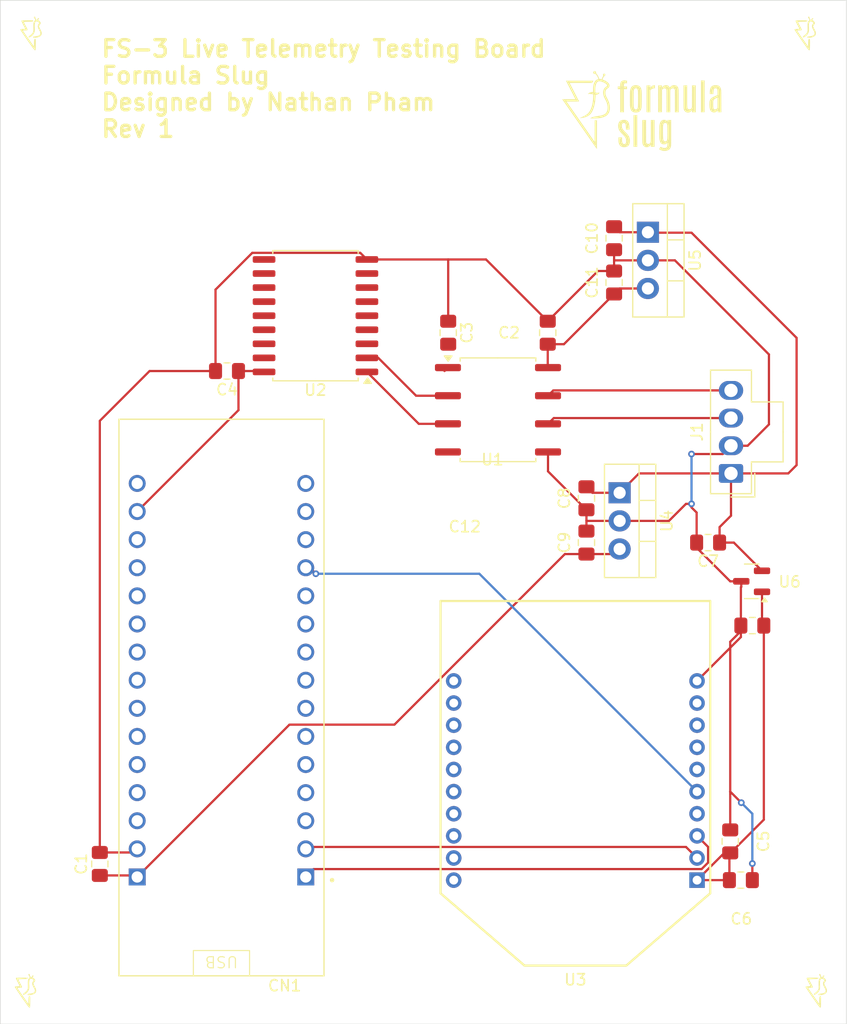
<source format=kicad_pcb>
(kicad_pcb (version 20240108) (generator "pcbnew") (generator_version "8.0")
  (layers (0 "F.Cu" signal) (31 "B.Cu" signal) (34 "B.Paste" user) (35 "F.Paste" user) (36 "B.SilkS" user "B.Silkscreen") (37 "F.SilkS" user "F.Silkscreen") (38 "B.Mask" user) (39 "F.Mask" user) (44 "Edge.Cuts" user))
  (net 0 "")
  (net 1 "GND")
  (net 2 "+12V")
  (net 3 "+9V")
  (net 4 "+5V")
  (net 5 "/CANL")
  (net 6 "/CAN1_TX")
  (net 7 "/CAN1_RX")
  (net 8 "/CANH")
  (net 9 "Net-(CN1A-3V3)")
  (net 10 "/SPI3_MOSI")
  (net 17 "/SPI3_MISO")
  (net 20 "/SPI3_SSEL1")
  (net 21 "/SPI3_SCLK")
  (net 31 "/RADIO_RESET")
  (net 34 "/RADIO_IN")
  (net 40 "/RADIO_OUT")
  (net 41 "/SPI3-MISO")
  (net 50 "/SPI3-SCLK")
  (net 54 "/SPI3_SSELI1")
  (net 56 "/SPI3-MOSI")
  (net 65 "Net-(U1-VCC1)")
  (footprint "Package_TO_SOT_THT:TO-220-3_Vertical" (layer "F.Cu") (at 162 90.5 -90)
    (property "Reference" "U4" (at 2.54 -4.27 90) (layer "F.SilkS"))
    (property "Value" "LM7809_TO220" (hide yes))
    (pad "1" thru_hole rect (at 0 0 270) (size 1.905 2) (drill 1.1) (layers "*.Cu" "*.Mask") (net 2 "+12V"))
    (pad "2" thru_hole oval (at 2.54 0 270) (size 1.905 2) (drill 1.1) (layers "*.Cu" "*.Mask") (net 1 "GND"))
    (pad "3" thru_hole oval (at 5.08 0 270) (size 1.905 2) (drill 1.1) (layers "*.Cu" "*.Mask") (net 3 "+9V"))
  )
  (footprint "FS_3_Global_Footprint_Library:FORMULA SLUG" (layer "F.Cu") (at 111.44258 135.558544)
    (property "Reference" "G***" (hide yes))
    (property "Value" "LOGO" (hide yes))
  )
  (footprint "Capacitor_SMD:C_0805_2012Metric_Pad1.18x1.45mm_HandSolder" (layer "F.Cu") (at 159 95 90)
    (property "Reference" "C9" (at 0 -2 90) (layer "F.SilkS"))
    (property "Value" "100nf")
    (pad "1" smd roundrect (at -1.0375 0 90) (size 1.175 1.45) (layers "F.Cu" "F.Paste" "F.Mask") (roundrect_rratio 0.212766) (net 3 "+9V"))
    (pad "2" smd roundrect (at 1.0375 0 90) (size 1.175 1.45) (layers "F.Cu" "F.Paste" "F.Mask") (roundrect_rratio 0.212766) (net 1 "GND"))
  )
  (footprint "Package_TO_SOT_THT:TO-220-3_Vertical" (layer "F.Cu") (at 164.555 66.96 -90)
    (property "Reference" "U5" (at 2.54 -4.27 90) (layer "F.SilkS"))
    (property "Value" "LM7805_TO220" (hide yes))
    (pad "1" thru_hole rect (at 0 0 270) (size 1.905 2) (drill 1.1) (layers "*.Cu" "*.Mask") (net 2 "+12V"))
    (pad "2" thru_hole oval (at 2.54 0 270) (size 1.905 2) (drill 1.1) (layers "*.Cu" "*.Mask") (net 1 "GND"))
    (pad "3" thru_hole oval (at 5.08 0 270) (size 1.905 2) (drill 1.1) (layers "*.Cu" "*.Mask") (net 4 "+5V"))
  )
  (footprint "Capacitor_SMD:C_0805_2012Metric_Pad1.18x1.45mm_HandSolder" (layer "F.Cu") (at 170 95 180)
    (property "Reference" "C7" (at 0 -1.68 0) (layer "F.SilkS"))
    (property "Value" "330nf")
    (pad "1" smd roundrect (at -1.0375 0 180) (size 1.175 1.45) (layers "F.Cu" "F.Paste" "F.Mask") (roundrect_rratio 0.212766) (net 2 "+12V"))
    (pad "2" smd roundrect (at 1.0375 0 180) (size 1.175 1.45) (layers "F.Cu" "F.Paste" "F.Mask") (roundrect_rratio 0.212766) (net 1 "GND"))
  )
  (footprint "Capacitor_SMD:C_0805_2012Metric_Pad1.18x1.45mm_HandSolder" (layer "F.Cu") (at 115 124.0375 90)
    (property "Reference" "C1" (at 0 -1.68 90) (layer "F.SilkS"))
    (property "Value" "100nf")
    (pad "1" smd roundrect (at -1.0375 0 90) (size 1.175 1.45) (layers "F.Cu" "F.Paste" "F.Mask") (roundrect_rratio 0.212766) (net 3 "+9V"))
    (pad "2" smd roundrect (at 1.0375 0 90) (size 1.175 1.45) (layers "F.Cu" "F.Paste" "F.Mask") (roundrect_rratio 0.212766) (net 1 "GND"))
  )
  (footprint "Capacitor_SMD:C_0805_2012Metric_Pad1.18x1.45mm_HandSolder" (layer "F.Cu") (at 126.5 79.5 180)
    (property "Reference" "C4" (at 0 -1.68 0) (layer "F.SilkS"))
    (property "Value" "100nf")
    (pad "1" smd roundrect (at -1.0375 0 180) (size 1.175 1.45) (layers "F.Cu" "F.Paste" "F.Mask") (roundrect_rratio 0.212766) (net 9 "Net-(CN1A-3V3)"))
    (pad "2" smd roundrect (at 1.0375 0 180) (size 1.175 1.45) (layers "F.Cu" "F.Paste" "F.Mask") (roundrect_rratio 0.212766) (net 1 "GND"))
  )
  (footprint "Capacitor_SMD:C_0805_2012Metric_Pad1.18x1.45mm_HandSolder" (layer "F.Cu") (at 146.5 76.0375 -90)
    (property "Reference" "C3" (at 0 -1.68 90) (layer "F.SilkS"))
    (property "Value" "100nf")
    (pad "1" smd roundrect (at -1.0375 0 270) (size 1.175 1.45) (layers "F.Cu" "F.Paste" "F.Mask") (roundrect_rratio 0.212766) (net 1 "GND"))
    (pad "2" smd roundrect (at 1.0375 0 270) (size 1.175 1.45) (layers "F.Cu" "F.Paste" "F.Mask") (roundrect_rratio 0.212766) (net 65 "Net-(U1-VCC1)"))
  )
  (footprint "FS_3_Global_Footprint_Library:NUCLEO-L432KC" (layer "F.Cu") (at 126 109 180)
    (property "Reference" "CN1" (at -5.715 -26.035 0) (layer "F.SilkS"))
    (property "Value" "NUCLEO-L432KC")
    (fp_text user "USB" (at 0 -23.876 180) (layer "F.SilkS") (effects (font (thickness 0.1))))
    (pad "CN3_1" thru_hole rect (at -7.62 -16.215 180) (size 1.53 1.53) (drill 1.02) (layers "*.Cu" "*.Mask") (net 34 "/RADIO_IN"))
    (pad "CN3_2" thru_hole circle (at -7.62 -13.675 180) (size 1.53 1.53) (drill 1.02) (layers "*.Cu" "*.Mask") (net 40 "/RADIO_OUT"))
    (pad "CN3_3" thru_hole circle (at -7.62 -11.135 180) (size 1.53 1.53) (drill 1.02) (layers "*.Cu" "*.Mask"))
    (pad "CN3_4" thru_hole circle (at -7.62 -8.595 180) (size 1.53 1.53) (drill 1.02) (layers "*.Cu" "*.Mask"))
    (pad "CN3_5" thru_hole circle (at -7.62 -6.055 180) (size 1.53 1.53) (drill 1.02) (layers "*.Cu" "*.Mask"))
    (pad "CN3_6" thru_hole circle (at -7.62 -3.515 180) (size 1.53 1.53) (drill 1.02) (layers "*.Cu" "*.Mask"))
    (pad "CN3_7" thru_hole circle (at -7.62 -0.975 180) (size 1.53 1.53) (drill 1.02) (layers "*.Cu" "*.Mask"))
    (pad "CN3_8" thru_hole circle (at -7.62 1.565 180) (size 1.53 1.53) (drill 1.02) (layers "*.Cu" "*.Mask"))
    (pad "CN3_9" thru_hole circle (at -7.62 4.105 180) (size 1.53 1.53) (drill 1.02) (layers "*.Cu" "*.Mask"))
    (pad "CN3_10" thru_hole circle (at -7.62 6.645 180) (size 1.53 1.53) (drill 1.02) (layers "*.Cu" "*.Mask"))
    (pad "CN3_11" thru_hole circle (at -7.62 9.185 180) (size 1.53 1.53) (drill 1.02) (layers "*.Cu" "*.Mask"))
    (pad "CN3_12" thru_hole circle (at -7.62 11.725 180) (size 1.53 1.53) (drill 1.02) (layers "*.Cu" "*.Mask") (net 31 "/RADIO_RESET"))
    (pad "CN3_13" thru_hole circle (at -7.62 14.265 180) (size 1.53 1.53) (drill 1.02) (layers "*.Cu" "*.Mask"))
    (pad "CN3_14" thru_hole circle (at -7.62 16.805 180) (size 1.53 1.53) (drill 1.02) (layers "*.Cu" "*.Mask") (net 56 "/SPI3-MOSI"))
    (pad "CN3_15" thru_hole circle (at -7.62 19.345 180) (size 1.53 1.53) (drill 1.02) (layers "*.Cu" "*.Mask") (net 41 "/SPI3-MISO"))
    (pad "CN4_1" thru_hole rect (at 7.62 -16.215 180) (size 1.53 1.53) (drill 1.02) (layers "*.Cu" "*.Mask") (net 3 "+9V"))
    (pad "CN4_2" thru_hole circle (at 7.62 -13.675 180) (size 1.53 1.53) (drill 1.02) (layers "*.Cu" "*.Mask") (net 1 "GND"))
    (pad "CN4_3" thru_hole circle (at 7.62 -11.135 180) (size 1.53 1.53) (drill 1.02) (layers "*.Cu" "*.Mask"))
    (pad "CN4_4" thru_hole circle (at 7.62 -8.595 180) (size 1.53 1.53) (drill 1.02) (layers "*.Cu" "*.Mask"))
    (pad "CN4_5" thru_hole circle (at 7.62 -6.055 180) (size 1.53 1.53) (drill 1.02) (layers "*.Cu" "*.Mask"))
    (pad "CN4_6" thru_hole circle (at 7.62 -3.515 180) (size 1.53 1.53) (drill 1.02) (layers "*.Cu" "*.Mask") (net 54 "/SPI3_SSELI1"))
    (pad "CN4_7" thru_hole circle (at 7.62 -0.975 180) (size 1.53 1.53) (drill 1.02) (layers "*.Cu" "*.Mask"))
    (pad "CN4_8" thru_hole circle (at 7.62 1.565 180) (size 1.53 1.53) (drill 1.02) (layers "*.Cu" "*.Mask"))
    (pad "CN4_9" thru_hole circle (at 7.62 4.105 180) (size 1.53 1.53) (drill 1.02) (layers "*.Cu" "*.Mask"))
    (pad "CN4_10" thru_hole circle (at 7.62 6.645 180) (size 1.53 1.53) (drill 1.02) (layers "*.Cu" "*.Mask"))
    (pad "CN4_11" thru_hole circle (at 7.62 9.185 180) (size 1.53 1.53) (drill 1.02) (layers "*.Cu" "*.Mask"))
    (pad "CN4_12" thru_hole circle (at 7.62 11.725 180) (size 1.53 1.53) (drill 1.02) (layers "*.Cu" "*.Mask"))
    (pad "CN4_13" thru_hole circle (at 7.62 14.265 180) (size 1.53 1.53) (drill 1.02) (layers "*.Cu" "*.Mask"))
    (pad "CN4_14" thru_hole circle (at 7.62 16.805 180) (size 1.53 1.53) (drill 1.02) (layers "*.Cu" "*.Mask") (net 9 "Net-(CN1A-3V3)"))
    (pad "CN4_15" thru_hole circle (at 7.62 19.345 180) (size 1.53 1.53) (drill 1.02) (layers "*.Cu" "*.Mask") (net 50 "/SPI3-SCLK"))
  )
  (footprint "Capacitor_SMD:C_0805_2012Metric_Pad1.18x1.45mm_HandSolder" (layer "F.Cu") (at 155.5 76.0375 -90)
    (property "Reference" "C2" (at 0 3.5 0) (layer "F.SilkS"))
    (property "Value" "100nf")
    (pad "1" smd roundrect (at -1.0375 0 270) (size 1.175 1.45) (layers "F.Cu" "F.Paste" "F.Mask") (roundrect_rratio 0.212766) (net 1 "GND"))
    (pad "2" smd roundrect (at 1.0375 0 270) (size 1.175 1.45) (layers "F.Cu" "F.Paste" "F.Mask") (roundrect_rratio 0.212766) (net 4 "+5V"))
  )
  (footprint "Package_SO:SOP-8_6.62x9.15mm_P2.54mm" (layer "F.Cu") (at 151 83)
    (property "Reference" "U1" (at -0.5 4.5 0) (layer "F.SilkS"))
    (property "Value" "ISO1050DUB" (hide yes))
    (pad "1" smd roundrect (at -4.525 -3.81) (size 2.35 0.65) (layers "F.Cu" "F.Paste" "F.Mask") (net 65 "Net-(U1-VCC1)"))
    (pad "2" smd roundrect (at -4.525 -1.27) (size 2.35 0.65) (layers "F.Cu" "F.Paste" "F.Mask") (net 7 "/CAN1_RX"))
    (pad "3" smd roundrect (at -4.525 1.27) (size 2.35 0.65) (layers "F.Cu" "F.Paste" "F.Mask") (net 6 "/CAN1_TX"))
    (pad "4" smd roundrect (at -4.525 3.81) (size 2.35 0.65) (layers "F.Cu" "F.Paste" "F.Mask") (net 1 "GND"))
    (pad "5" smd roundrect (at 4.525 3.81) (size 2.35 0.65) (layers "F.Cu" "F.Paste" "F.Mask") (net 1 "GND"))
    (pad "6" smd roundrect (at 4.525 1.27) (size 2.35 0.65) (layers "F.Cu" "F.Paste" "F.Mask") (net 5 "/CANL"))
    (pad "7" smd roundrect (at 4.525 -1.27) (size 2.35 0.65) (layers "F.Cu" "F.Paste" "F.Mask") (net 8 "/CANH"))
    (pad "8" smd roundrect (at 4.525 -3.81) (size 2.35 0.65) (layers "F.Cu" "F.Paste" "F.Mask") (net 4 "+5V"))
  )
  (footprint "FSFootprints:fs_logo_full_2400" (layer "F.Cu") (at 164 56)
    (property "Reference" "G***" (hide yes))
    (property "Value" "LOGO" (hide yes))
  )
  (footprint "Connector_Molex:Molex_Nano-Fit_105309-xx04_1x04_P2.50mm_Vertical" (layer "F.Cu") (at 172.07 88.75 180)
    (property "Reference" "J1" (at 3.07 3.75 90) (layer "F.SilkS"))
    (property "Value" "Molar Nanofit Connectors" (hide yes))
    (pad "" np_thru_hole circle (at -1.34 3.75 180) (size 1.3 1.3) (drill 1.3) (layers "*.Cu" "*.Mask"))
    (pad "1" thru_hole roundrect (at 0 0 180) (size 2.2 1.7) (drill 1.2) (layers "*.Cu" "*.Mask") (roundrect_rratio 0.147059) (net 2 "+12V"))
    (pad "2" thru_hole oval (at 0 2.5 180) (size 2.2 1.7) (drill 1.2) (layers "*.Cu" "*.Mask") (net 1 "GND"))
    (pad "3" thru_hole oval (at 0 5 180) (size 2.2 1.7) (drill 1.2) (layers "*.Cu" "*.Mask") (net 5 "/CANL"))
    (pad "4" thru_hole oval (at 0 7.5 180) (size 2.2 1.7) (drill 1.2) (layers "*.Cu" "*.Mask") (net 8 "/CANH"))
  )
  (footprint "Capacitor_SMD:C_0805_2012Metric_Pad1.18x1.45mm_HandSolder" (layer "F.Cu") (at 159 91 -90)
    (property "Reference" "C8" (at 0 2 90) (layer "F.SilkS"))
    (property "Value" "330nf")
    (pad "1" smd roundrect (at -1.0375 0 270) (size 1.175 1.45) (layers "F.Cu" "F.Paste" "F.Mask") (roundrect_rratio 0.212766) (net 2 "+12V"))
    (pad "2" smd roundrect (at 1.0375 0 270) (size 1.175 1.45) (layers "F.Cu" "F.Paste" "F.Mask") (roundrect_rratio 0.212766) (net 1 "GND"))
  )
  (footprint "Capacitor_SMD:C_0805_2012Metric_Pad1.18x1.45mm_HandSolder" (layer "F.Cu") (at 174 102.5 180)
    (property "Reference" "C12" (at 26 8.94 0) (layer "F.SilkS"))
    (property "Value" "100nf")
    (pad "1" smd roundrect (at -1.0375 0 180) (size 1.175 1.45) (layers "F.Cu" "F.Paste" "F.Mask") (roundrect_rratio 0.212766) (net 65 "Net-(U1-VCC1)"))
    (pad "2" smd roundrect (at 1.0375 0 180) (size 1.175 1.45) (layers "F.Cu" "F.Paste" "F.Mask") (roundrect_rratio 0.212766) (net 1 "GND"))
  )
  (footprint "Package_TO_SOT_SMD:SOT-23" (layer "F.Cu") (at 173.9375 98.5 180)
    (property "Reference" "U6" (at -3.4375 -0.05 0) (layer "F.SilkS"))
    (property "Value" "LM3480-3.3" (hide yes))
    (pad "1" smd roundrect (at -0.9375 -0.95 180) (size 1.475 0.6) (layers "F.Cu" "F.Paste" "F.Mask") (net 65 "Net-(U1-VCC1)"))
    (pad "2" smd roundrect (at -0.9375 0.95 180) (size 1.475 0.6) (layers "F.Cu" "F.Paste" "F.Mask") (net 2 "+12V"))
    (pad "3" smd roundrect (at 0.9375 0 180) (size 1.475 0.6) (layers "F.Cu" "F.Paste" "F.Mask") (net 1 "GND"))
  )
  (footprint "FS_3_Global_Footprint_Library:FORMULA SLUG" (layer "F.Cu") (at 111.94258 49.058544)
    (property "Reference" "G***" (hide yes))
    (property "Value" "LOGO" (hide yes))
  )
  (footprint "Capacitor_SMD:C_0805_2012Metric_Pad1.18x1.45mm_HandSolder" (layer "F.Cu") (at 172 122 90)
    (property "Reference" "C5" (at 0 3 90) (layer "F.SilkS"))
    (property "Value" "1.0 uF")
    (pad "1" smd roundrect (at -1.0375 0 90) (size 1.175 1.45) (layers "F.Cu" "F.Paste" "F.Mask") (roundrect_rratio 0.212766) (net 65 "Net-(U1-VCC1)"))
    (pad "2" smd roundrect (at 1.0375 0 90) (size 1.175 1.45) (layers "F.Cu" "F.Paste" "F.Mask") (roundrect_rratio 0.212766) (net 1 "GND"))
  )
  (footprint "FS_3_Global_Footprint_Library:XBP9B-DPST-001" (layer "F.Cu") (at 158 116.75 180)
    (property "Reference" "U3" (at 0 -17.75 0) (layer "F.SilkS") (effects (font (size 1.003055 1.003055))))
    (property "Value" "XBP9B-DPST-001")
    (pad "1" thru_hole rect (at -11 -8.75 180) (size 1.4 1.4) (drill 0.8) (layers "*.Cu" "*.Mask") (net 65 "Net-(U1-VCC1)"))
    (pad "2" thru_hole circle (at -11 -6.75 180) (size 1.4 1.4) (drill 0.8) (layers "*.Cu" "*.Mask") (net 40 "/RADIO_OUT"))
    (pad "3" thru_hole circle (at -11 -4.75 180) (size 1.4 1.4) (drill 0.8) (layers "*.Cu" "*.Mask") (net 34 "/RADIO_IN"))
    (pad "4" thru_hole circle (at -11 -2.75 180) (size 1.4 1.4) (drill 0.8) (layers "*.Cu" "*.Mask"))
    (pad "5" thru_hole circle (at -11 -0.75 180) (size 1.4 1.4) (drill 0.8) (layers "*.Cu" "*.Mask") (net 31 "/RADIO_RESET"))
    (pad "6" thru_hole circle (at -11 1.25 180) (size 1.4 1.4) (drill 0.8) (layers "*.Cu" "*.Mask"))
    (pad "7" thru_hole circle (at -11 3.25 180) (size 1.4 1.4) (drill 0.8) (layers "*.Cu" "*.Mask"))
    (pad "8" thru_hole circle (at -11 5.25 180) (size 1.4 1.4) (drill 0.8) (layers "*.Cu" "*.Mask"))
    (pad "9" thru_hole circle (at -11 7.25 180) (size 1.4 1.4) (drill 0.8) (layers "*.Cu" "*.Mask"))
    (pad "10" thru_hole circle (at -11 9.25 180) (size 1.4 1.4) (drill 0.8) (layers "*.Cu" "*.Mask") (net 1 "GND"))
    (pad "11" thru_hole circle (at 11 9.25 180) (size 1.4 1.4) (drill 0.8) (layers "*.Cu" "*.Mask"))
    (pad "12" thru_hole circle (at 11 7.25 180) (size 1.4 1.4) (drill 0.8) (layers "*.Cu" "*.Mask"))
    (pad "13" thru_hole circle (at 11 5.25 180) (size 1.4 1.4) (drill 0.8) (layers "*.Cu" "*.Mask"))
    (pad "14" thru_hole circle (at 11 3.25 180) (size 1.4 1.4) (drill 0.8) (layers "*.Cu" "*.Mask"))
    (pad "15" thru_hole circle (at 11 1.25 180) (size 1.4 1.4) (drill 0.8) (layers "*.Cu" "*.Mask"))
    (pad "16" thru_hole circle (at 11 -0.75 180) (size 1.4 1.4) (drill 0.8) (layers "*.Cu" "*.Mask"))
    (pad "17" thru_hole circle (at 11 -2.75 180) (size 1.4 1.4) (drill 0.8) (layers "*.Cu" "*.Mask"))
    (pad "18" thru_hole circle (at 11 -4.75 180) (size 1.4 1.4) (drill 0.8) (layers "*.Cu" "*.Mask"))
    (pad "19" thru_hole circle (at 11 -6.75 180) (size 1.4 1.4) (drill 0.8) (layers "*.Cu" "*.Mask"))
    (pad "20" thru_hole circle (at 11 -8.75 180) (size 1.4 1.4) (drill 0.8) (layers "*.Cu" "*.Mask"))
  )
  (footprint "Package_SO:SOIC-18W_7.5x11.6mm_P1.27mm" (layer "F.Cu") (at 134.5 74.5 180)
    (property "Reference" "U2" (at 0 -6.72 0) (layer "F.SilkS"))
    (property "Value" "MCP2515-I/SO")
    (pad "1" smd roundrect (at -4.65 -5.08 180) (size 2.05 0.6) (layers "F.Cu" "F.Paste" "F.Mask") (net 6 "/CAN1_TX"))
    (pad "2" smd roundrect (at -4.65 -3.81 180) (size 2.05 0.6) (layers "F.Cu" "F.Paste" "F.Mask") (net 7 "/CAN1_RX"))
    (pad "3" smd roundrect (at -4.65 -2.54 180) (size 2.05 0.6) (layers "F.Cu" "F.Paste" "F.Mask"))
    (pad "4" smd roundrect (at -4.65 -1.27 180) (size 2.05 0.6) (layers "F.Cu" "F.Paste" "F.Mask"))
    (pad "5" smd roundrect (at -4.65 0 180) (size 2.05 0.6) (layers "F.Cu" "F.Paste" "F.Mask"))
    (pad "6" smd roundrect (at -4.65 1.27 180) (size 2.05 0.6) (layers "F.Cu" "F.Paste" "F.Mask"))
    (pad "7" smd roundrect (at -4.65 2.54 180) (size 2.05 0.6) (layers "F.Cu" "F.Paste" "F.Mask"))
    (pad "8" smd roundrect (at -4.65 3.81 180) (size 2.05 0.6) (layers "F.Cu" "F.Paste" "F.Mask"))
    (pad "9" smd roundrect (at -4.65 5.08 180) (size 2.05 0.6) (layers "F.Cu" "F.Paste" "F.Mask") (net 1 "GND"))
    (pad "10" smd roundrect (at 4.65 5.08 180) (size 2.05 0.6) (layers "F.Cu" "F.Paste" "F.Mask"))
    (pad "11" smd roundrect (at 4.65 3.81 180) (size 2.05 0.6) (layers "F.Cu" "F.Paste" "F.Mask"))
    (pad "12" smd roundrect (at 4.65 2.54 180) (size 2.05 0.6) (layers "F.Cu" "F.Paste" "F.Mask"))
    (pad "13" smd roundrect (at 4.65 1.27 180) (size 2.05 0.6) (layers "F.Cu" "F.Paste" "F.Mask") (net 21 "/SPI3_SCLK"))
    (pad "14" smd roundrect (at 4.65 0 180) (size 2.05 0.6) (layers "F.Cu" "F.Paste" "F.Mask") (net 10 "/SPI3_MOSI"))
    (pad "15" smd roundrect (at 4.65 -1.27 180) (size 2.05 0.6) (layers "F.Cu" "F.Paste" "F.Mask") (net 17 "/SPI3_MISO"))
    (pad "16" smd roundrect (at 4.65 -2.54 180) (size 2.05 0.6) (layers "F.Cu" "F.Paste" "F.Mask") (net 20 "/SPI3_SSEL1"))
    (pad "17" smd roundrect (at 4.65 -3.81 180) (size 2.05 0.6) (layers "F.Cu" "F.Paste" "F.Mask"))
    (pad "18" smd roundrect (at 4.65 -5.08 180) (size 2.05 0.6) (layers "F.Cu" "F.Paste" "F.Mask") (net 9 "Net-(CN1A-3V3)"))
  )
  (footprint "Capacitor_SMD:C_0805_2012Metric_Pad1.18x1.45mm_HandSolder" (layer "F.Cu") (at 161.5 71.5 90)
    (property "Reference" "C11" (at 0 -2 90) (layer "F.SilkS"))
    (property "Value" "100nf")
    (pad "1" smd roundrect (at -1.0375 0 90) (size 1.175 1.45) (layers "F.Cu" "F.Paste" "F.Mask") (roundrect_rratio 0.212766) (net 4 "+5V"))
    (pad "2" smd roundrect (at 1.0375 0 90) (size 1.175 1.45) (layers "F.Cu" "F.Paste" "F.Mask") (roundrect_rratio 0.212766) (net 1 "GND"))
  )
  (footprint "Capacitor_SMD:C_0805_2012Metric_Pad1.18x1.45mm_HandSolder" (layer "F.Cu") (at 161.5 67.5 -90)
    (property "Reference" "C10" (at 0 2 90) (layer "F.SilkS"))
    (property "Value" "330nf")
    (pad "1" smd roundrect (at -1.0375 0 270) (size 1.175 1.45) (layers "F.Cu" "F.Paste" "F.Mask") (roundrect_rratio 0.212766) (net 2 "+12V"))
    (pad "2" smd roundrect (at 1.0375 0 270) (size 1.175 1.45) (layers "F.Cu" "F.Paste" "F.Mask") (roundrect_rratio 0.212766) (net 1 "GND"))
  )
  (footprint "FS_3_Global_Footprint_Library:FORMULA SLUG" (layer "F.Cu") (at 181.94258 49.058544)
    (property "Reference" "G***" (hide yes))
    (property "Value" "LOGO" (hide yes))
  )
  (footprint "FS_3_Global_Footprint_Library:FORMULA SLUG" (layer "F.Cu") (at 182.94258 135.558544)
    (property "Reference" "G***" (hide yes))
    (property "Value" "LOGO" (hide yes))
  )
  (footprint "Capacitor_SMD:C_0805_2012Metric_Pad1.18x1.45mm_HandSolder" (layer "F.Cu") (at 172.9625 125.5)
    (property "Reference" "C6" (at 0.0375 3.5 0) (layer "F.SilkS"))
    (property "Value" "47 pF")
    (pad "1" smd roundrect (at -1.0375 0) (size 1.175 1.45) (layers "F.Cu" "F.Paste" "F.Mask") (roundrect_rratio 0.212766) (net 65 "Net-(U1-VCC1)"))
    (pad "2" smd roundrect (at 1.0375 0) (size 1.175 1.45) (layers "F.Cu" "F.Paste" "F.Mask") (roundrect_rratio 0.212766) (net 1 "GND"))
  )
  (gr_rect (start 106 46) (end 182.5 138.5) (stroke (width 0.05)) (fill none) (layer "Edge.Cuts"))
  (gr_text "FS-3 Live Telemetry Testing Board\nFormula Slug\nDesigned by Nathan Pham\nRev 1\n" (at 115 58.5 0) (layer "F.SilkS") (effects (font (size 1.5 1.5) (thickness 0.3) (bold yes)) (justify left bottom)))
  (segment (start 125.4625 79.5) (end 125.4625 72.141948) (width 0.2) (layer "F.Cu") (net 1))
  (segment (start 168.9625 95) (end 168.9625 95.4625) (width 0.2) (layer "F.Cu") (net 1))
  (segment (start 167 69.5) (end 164.555 69.5) (width 0.2) (layer "F.Cu") (net 1))
  (segment (start 166.46 93.04) (end 162 93.04) (width 0.2) (layer "F.Cu") (net 1))
  (segment (start 172.07 86.25) (end 173.574214 86.25) (width 0.2) (layer "F.Cu") (net 1))
  (segment (start 171.32 87) (end 168.5 87) (width 0.2) (layer "F.Cu") (net 1))
  (segment (start 172.9625 102.5) (end 172.9625 103.5375) (width 0.2) (layer "F.Cu") (net 1))
  (segment (start 172.9625 102.5) (end 172.9625 103) (width 0.2) (layer "F.Cu") (net 1))
  (segment (start 172.9625 99.0375) (end 172.9625 102.5) (width 0.2) (layer "F.Cu") (net 1))
  (segment (start 172.9625 103.5375) (end 169 107.5) (width 0.2) (layer "F.Cu") (net 1))
  (segment (start 161.5 69.5) (end 161.5 68.5375) (width 0.2) (layer "F.Cu") (net 1))
  (segment (start 146.5 75) (end 146.5 69.42) (width 0.2) (layer "F.Cu") (net 1))
  (segment (start 128.784448 68.82) (end 138.55 68.82) (width 0.2) (layer "F.Cu") (net 1))
  (segment (start 175.5 78) (end 167 69.5) (width 0.2) (layer "F.Cu") (net 1))
  (segment (start 161.5 70.4625) (end 160.0375 70.4625) (width 0.2) (layer "F.Cu") (net 1))
  (segment (start 168.9625 95.4625) (end 172 98.5) (width 0.2) (layer "F.Cu") (net 1))
  (segment (start 161 70.9625) (end 161.5 70.4625) (width 0.2) (layer "F.Cu") (net 1))
  (segment (start 162 93.04) (end 159.04 93.04) (width 0.2) (layer "F.Cu") (net 1))
  (segment (start 118.055 123) (end 118.38 122.675) (width 0.2) (layer "F.Cu") (net 1))
  (segment (start 172 103.9625) (end 172 117.5) (width 0.2) (layer "F.Cu") (net 1))
  (segment (start 159 93) (end 159 92.0375) (width 0.2) (layer "F.Cu") (net 1))
  (segment (start 172.07 86.25) (end 171.32 87) (width 0.2) (layer "F.Cu") (net 1))
  (segment (start 159.04 93.04) (end 159 93) (width 0.2) (layer "F.Cu") (net 1))
  (segment (start 115 84) (end 115 123) (width 0.2) (layer "F.Cu") (net 1))
  (segment (start 146.5 69.42) (end 149.92 69.42) (width 0.2) (layer "F.Cu") (net 1))
  (segment (start 155.525 88.5625) (end 159 92.0375) (width 0.2) (layer "F.Cu") (net 1))
  (segment (start 138.55 68.82) (end 139.15 69.42) (width 0.2) (layer "F.Cu") (net 1))
  (segment (start 168 91.5) (end 166.46 93.04) (width 0.2) (layer "F.Cu") (net 1))
  (segment (start 168.5 91.825) (end 168.9625 92.2875) (width 0.2) (layer "F.Cu") (net 1))
  (segment (start 155.525 86.81) (end 155.525 88.5625) (width 0.2) (layer "F.Cu") (net 1))
  (segment (start 168.5 91.5) (end 168.5 91.825) (width 0.2) (layer "F.Cu") (net 1))
  (segment (start 160.0375 70.4625) (end 155.5 75) (width 0.2) (layer "F.Cu") (net 1))
  (segment (start 174 125.5) (end 174 124) (width 0.2) (layer "F.Cu") (net 1))
  (segment (start 172.9625 103) (end 172 103.9625) (width 0.2) (layer "F.Cu") (net 1))
  (segment (start 168.5 91.5) (end 168 91.5) (width 0.2) (layer "F.Cu") (net 1))
  (segment (start 173 99) (end 172.9625 99.0375) (width 0.2) (layer "F.Cu") (net 1))
  (segment (start 172 98.5) (end 173 98.5) (width 0.2) (layer "F.Cu") (net 1))
  (segment (start 125.4625 79.5) (end 119.5 79.5) (width 0.2) (layer "F.Cu") (net 1))
  (segment (start 139.15 69.42) (end 146.5 69.42) (width 0.2) (layer "F.Cu") (net 1))
  (segment (start 168.9625 92.2875) (end 168.9625 95) (width 0.2) (layer "F.Cu") (net 1))
  (segment (start 164.555 69.5) (end 161.5 69.5) (width 0.2) (layer "F.Cu") (net 1))
  (segment (start 149.92 69.42) (end 155.5 75) (width 0.2) (layer "F.Cu") (net 1))
  (segment (start 173 98.5) (end 173 99) (width 0.2) (layer "F.Cu") (net 1))
  (segment (start 161.5 70.4625) (end 161.5 69.5) (width 0.2) (layer "F.Cu") (net 1))
  (segment (start 175.5 84.324214) (end 175.5 78) (width 0.2) (layer "F.Cu") (net 1))
  (segment (start 119.5 79.5) (end 115 84) (width 0.2) (layer "F.Cu") (net 1))
  (segment (start 159 93) (end 159 93.9625) (width 0.2) (layer "F.Cu") (net 1))
  (segment (start 173 118.5) (end 172 117.5) (width 0.2) (layer "F.Cu") (net 1))
  (segment (start 115 123) (end 118.055 123) (width 0.2) (layer "F.Cu") (net 1))
  (segment (start 172 117.5) (end 172 121) (width 0.2) (layer "F.Cu") (net 1))
  (segment (start 173.574214 86.25) (end 175.5 84.324214) (width 0.2) (layer "F.Cu") (net 1))
  (segment (start 125.4625 72.141948) (end 128.784448 68.82) (width 0.2) (layer "F.Cu") (net 1))
  (via (at 168.5 91.5) (size 0.6) (drill 0.3) (layers "F.Cu" "B.Cu") (net 1))
  (via (at 168.5 87) (size 0.6) (drill 0.3) (layers "F.Cu" "B.Cu") (net 1))
  (via (at 174 124) (size 0.6) (drill 0.3) (layers "F.Cu" "B.Cu") (net 1))
  (via (at 173 118.5) (size 0.6) (drill 0.3) (layers "F.Cu" "B.Cu") (net 1))
  (segment (start 174 124) (end 174 119.5) (width 0.2) (layer "B.Cu") (net 1))
  (segment (start 168.5 87) (end 168.5 91.5) (width 0.2) (layer "B.Cu") (net 1))
  (segment (start 174 119.5) (end 173 118.5) (width 0.2) (layer "B.Cu") (net 1))
  (segment (start 171.0375 95) (end 172.325 95) (width 0.2) (layer "F.Cu") (net 2))
  (segment (start 164.555 66.96) (end 164.96 66.96) (width 0.2) (layer "F.Cu") (net 2))
  (segment (start 178 88) (end 177.25 88.75) (width 0.2) (layer "F.Cu") (net 2))
  (segment (start 162 90.5) (end 159.5375 90.5) (width 0.2) (layer "F.Cu") (net 2))
  (segment (start 172.07 88.75) (end 172.07 92.57) (width 0.2) (layer "F.Cu") (net 2))
  (segment (start 159.5375 90.5) (end 159 89.9625) (width 0.2) (layer "F.Cu") (net 2))
  (segment (start 172.07 88.75) (end 163.75 88.75) (width 0.2) (layer "F.Cu") (net 2))
  (segment (start 172.07 92.57) (end 171.0375 93.6025) (width 0.2) (layer "F.Cu") (net 2))
  (segment (start 178 76.5) (end 178 88) (width 0.2) (layer "F.Cu") (net 2))
  (segment (start 163.75 88.75) (end 162 90.5) (width 0.2) (layer "F.Cu") (net 2))
  (segment (start 171.0375 93.6025) (end 171.0375 95) (width 0.2) (layer "F.Cu") (net 2))
  (segment (start 172.325 95) (end 174.875 97.55) (width 0.2) (layer "F.Cu") (net 2))
  (segment (start 168.5 67) (end 178 76.5) (width 0.2) (layer "F.Cu") (net 2))
  (segment (start 164.555 66.96) (end 161.9975 66.96) (width 0.2) (layer "F.Cu") (net 2))
  (segment (start 161.9975 66.96) (end 161.5 66.4625) (width 0.2) (layer "F.Cu") (net 2))
  (segment (start 172.07 88.75) (end 177.25 88.75) (width 0.2) (layer "F.Cu") (net 2))
  (segment (start 164.96 66.96) (end 165 67) (width 0.2) (layer "F.Cu") (net 2))
  (segment (start 161.4625 89.9625) (end 162 90.5) (width 0.2) (layer "F.Cu") (net 2))
  (segment (start 165 67) (end 168.5 67) (width 0.2) (layer "F.Cu") (net 2))
  (segment (start 141.635786 111.45) (end 157.048286 96.0375) (width 0.2) (layer "F.Cu") (net 3))
  (segment (start 117.785 125.215) (end 117.645 125.075) (width 0.2) (layer "F.Cu") (net 3))
  (segment (start 157.048286 96.0375) (end 159 96.0375) (width 0.2) (layer "F.Cu") (net 3))
  (segment (start 118.38 125.215) (end 132.145 111.45) (width 0.2) (layer "F.Cu") (net 3))
  (segment (start 159 96.0375) (end 161.5425 96.0375) (width 0.2) (layer "F.Cu") (net 3))
  (segment (start 132.145 111.45) (end 141.635786 111.45) (width 0.2) (layer "F.Cu") (net 3))
  (segment (start 117.645 125.075) (end 115 125.075) (width 0.2) (layer "F.Cu") (net 3))
  (segment (start 118.38 125.215) (end 117.785 125.215) (width 0.2) (layer "F.Cu") (net 3))
  (segment (start 161.5425 96.0375) (end 162 95.58) (width 0.2) (layer "F.Cu") (net 3))
  (segment (start 155.5 77.075) (end 155.5 79.165) (width 0.2) (layer "F.Cu") (net 4))
  (segment (start 155.5 77.075) (end 156.9625 77.075) (width 0.2) (layer "F.Cu") (net 4))
  (segment (start 161.9975 72.04) (end 161.5 72.5375) (width 0.2) (layer "F.Cu") (net 4))
  (segment (start 155.5 79.165) (end 155.525 79.19) (width 0.2) (layer "F.Cu") (net 4))
  (segment (start 164.555 72.04) (end 161.9975 72.04) (width 0.2) (layer "F.Cu") (net 4))
  (segment (start 156.9625 77.075) (end 161.5 72.5375) (width 0.2) (layer "F.Cu") (net 4))
  (segment (start 156.045 83.75) (end 155.525 84.27) (width 0.2) (layer "F.Cu") (net 5))
  (segment (start 172.07 83.75) (end 156.045 83.75) (width 0.2) (layer "F.Cu") (net 5))
  (segment (start 143.84 84.27) (end 146.475 84.27) (width 0.2) (layer "F.Cu") (net 6))
  (segment (start 139.15 79.58) (end 143.84 84.27) (width 0.2) (layer "F.Cu") (net 6))
  (segment (start 143.594999 81.73) (end 146.475 81.73) (width 0.2) (layer "F.Cu") (net 7))
  (segment (start 140.174999 78.31) (end 143.594999 81.73) (width 0.2) (layer "F.Cu") (net 7))
  (segment (start 139.15 78.31) (end 140.174999 78.31) (width 0.2) (layer "F.Cu") (net 7))
  (segment (start 156.005 81.25) (end 155.525 81.73) (width 0.2) (layer "F.Cu") (net 8))
  (segment (start 172.07 81.25) (end 156.005 81.25) (width 0.2) (layer "F.Cu") (net 8))
  (segment (start 127.5375 79.5) (end 127.5375 83.0375) (width 0.2) (layer "F.Cu") (net 9))
  (segment (start 127.5375 79.5) (end 129.77 79.5) (width 0.2) (layer "F.Cu") (net 9))
  (segment (start 129.77 79.5) (end 129.85 79.58) (width 0.2) (layer "F.Cu") (net 9))
  (segment (start 127.5375 83.0375) (end 118.38 92.195) (width 0.2) (layer "F.Cu") (net 9))
  (segment (start 133.62 97.275) (end 133.992042 97.275) (width 0.2) (layer "F.Cu") (net 31))
  (segment (start 133.992042 97.275) (end 134.532104 97.815062) (width 0.2) (layer "F.Cu") (net 31))
  (via (at 134.532104 97.815062) (size 0.6) (drill 0.3) (layers "F.Cu" "B.Cu") (net 31))
  (segment (start 149.315062 97.815062) (end 169 117.5) (width 0.2) (layer "B.Cu") (net 31))
  (segment (start 134.532104 97.815062) (end 149.315062 97.815062) (width 0.2) (layer "B.Cu") (net 31))
  (segment (start 170 122.5) (end 170 123.914214) (width 0.2) (layer "F.Cu") (net 34))
  (segment (start 169 121.5) (end 170 122.5) (width 0.2) (layer "F.Cu") (net 34))
  (segment (start 134.335 124.5) (end 133.62 125.215) (width 0.2) (layer "F.Cu") (net 34))
  (segment (start 170 123.914214) (end 169.414214 124.5) (width 0.2) (layer "F.Cu") (net 34))
  (segment (start 169.414214 124.5) (end 134.335 124.5) (width 0.2) (layer "F.Cu") (net 34))
  (segment (start 133.62 122.675) (end 133.795 122.5) (width 0.2) (layer "F.Cu") (net 40))
  (segment (start 168 122.5) (end 169 123.5) (width 0.2) (layer "F.Cu") (net 40))
  (segment (start 133.795 122.5) (end 168 122.5) (width 0.2) (layer "F.Cu") (net 40))
  (segment (start 174.875 99.45) (end 174.875 102.3375) (width 0.2) (layer "F.Cu") (net 65))
  (segment (start 172 123.5) (end 171.925 123.575) (width 0.2) (layer "F.Cu") (net 65))
  (segment (start 171.925 123.575) (end 171.925 125.5) (width 0.2) (layer "F.Cu") (net 65))
  (segment (start 169 125.5) (end 171.925 125.5) (width 0.2) (layer "F.Cu") (net 65))
  (segment (start 172 123.075) (end 171.425 123.075) (width 0.2) (layer "F.Cu") (net 65))
  (segment (start 175.0375 102.5) (end 175.0375 120.0375) (width 0.2) (layer "F.Cu") (net 65))
  (segment (start 172 123.075) (end 172 123.5) (width 0.2) (layer "F.Cu") (net 65))
  (segment (start 174.875 102.3375) (end 175.0375 102.5) (width 0.2) (layer "F.Cu") (net 65))
  (segment (start 146.165 79.5) (end 146.475 79.19) (width 0.2) (layer "F.Cu") (net 65))
  (segment (start 171.425 123.075) (end 169 125.5) (width 0.2) (layer "F.Cu") (net 65))
  (segment (start 175.0375 120.0375) (end 172 123.075) (width 0.2) (layer "F.Cu") (net 65))
)
</source>
